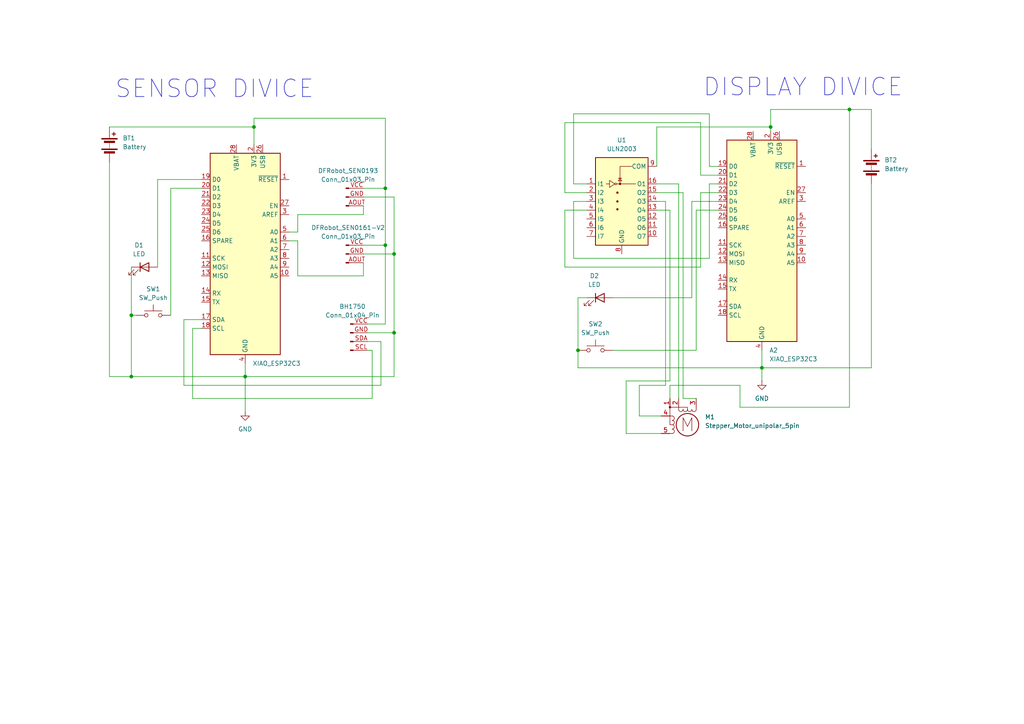
<source format=kicad_sch>
(kicad_sch (version 20250114) (generator "eeschema") (generator_version "9.0")
  (paper "A4")
  (lib_symbols
    (symbol "Connector:Conn_01x03_Pin" (pin_names (offset 1.016) (hide yes))
      (property "Reference" "DFRobot_SEN0193" (at 0.635 7.62 0))
      (property "Value" "Conn_01x03_Pin" (at 0.635 5.08 0))
      (symbol "Conn_01x03_Pin_1_1"
        (rectangle (start 0.8636 2.667) (end 0 2.413) (stroke (width 0.1524)) (fill (type outline)))
        (rectangle (start 0.8636 0.127) (end 0 -0.127) (stroke (width 0.1524)) (fill (type outline)))
        (rectangle (start 0.8636 -2.413) (end 0 -2.667) (stroke (width 0.1524)) (fill (type outline)))
        (polyline (pts (xy 1.27 2.54) (xy 0.8636 2.54)) (stroke (width 0.1524)))
        (polyline (pts (xy 1.27 0) (xy 0.8636 0)) (stroke (width 0.1524)))
        (polyline (pts (xy 1.27 -2.54) (xy 0.8636 -2.54)) (stroke (width 0.1524)))
        (pin passive line (at 5.08 2.54 180) (length 3.81) (name "Pin_1") (number "VCC"))
        (pin passive line (at 5.08 0 180) (length 3.81) (name "Pin_2") (number "GND"))
        (pin passive line (at 5.08 -2.54 180) (length 3.81) (name "Pin_3") (number "AOUT"))
      )
    )
    (symbol "Connector:Conn_01x04_Pin" (pin_names (offset 1.016) (hide yes))
      (property "Reference" "BH1750" (at 0.635 7.62 0))
      (property "Value" "Conn_01x04_Pin" (at 0.635 5.08 0))
      (symbol "Conn_01x04_Pin_1_1"
        (rectangle (start 0.8636 2.667) (end 0 2.413) (stroke (width 0.1524)) (fill (type outline)))
        (rectangle (start 0.8636 0.127) (end 0 -0.127) (stroke (width 0.1524)) (fill (type outline)))
        (rectangle (start 0.8636 -2.413) (end 0 -2.667) (stroke (width 0.1524)) (fill (type outline)))
        (rectangle (start 0.8636 -4.953) (end 0 -5.207) (stroke (width 0.1524)) (fill (type outline)))
        (polyline (pts (xy 1.27 2.54) (xy 0.8636 2.54)) (stroke (width 0.1524)))
        (polyline (pts (xy 1.27 0) (xy 0.8636 0)) (stroke (width 0.1524)))
        (polyline (pts (xy 1.27 -2.54) (xy 0.8636 -2.54)) (stroke (width 0.1524)))
        (polyline (pts (xy 1.27 -5.08) (xy 0.8636 -5.08)) (stroke (width 0.1524)))
        (pin passive line (at 5.08 2.54 180) (length 3.81) (name "Pin_1") (number "VCC"))
        (pin passive line (at 5.08 0 180) (length 3.81) (name "Pin_2") (number "GND"))
        (pin passive line (at 5.08 -2.54 180) (length 3.81) (name "Pin_3") (number "SDA"))
        (pin passive line (at 5.08 -5.08 180) (length 3.81) (name "Pin_4") (number "SCL"))
      )
    )
    (symbol "Device:Battery" (pin_numbers (hide yes)) (pin_names (offset 0) (hide yes))
      (property "Reference" "BT" (at 2.54 2.54 0))
      (property "Value" "Battery" (at 2.54 0 0))
      (symbol "Battery_0_1"
        (rectangle (start -2.286 1.778) (end 2.286 1.524) (fill (type outline)))
        (rectangle (start -2.286 -1.27) (end 2.286 -1.524) (fill (type outline)))
        (rectangle (start -1.524 1.016) (end 1.524 0.508) (fill (type outline)))
        (rectangle (start -1.524 -2.032) (end 1.524 -2.54) (fill (type outline)))
        (polyline (pts (xy 0 1.778) (xy 0 2.54)))
        (polyline (pts (xy 0 0) (xy 0 0.254)))
        (polyline (pts (xy 0 -0.508) (xy 0 -0.254)))
        (polyline (pts (xy 0 -1.016) (xy 0 -0.762)))
        (polyline (pts (xy 0.762 3.048) (xy 1.778 3.048)) (stroke (width 0.254)))
        (polyline (pts (xy 1.27 3.556) (xy 1.27 2.54)) (stroke (width 0.254)))
      )
      (symbol "Battery_1_1"
        (pin passive line (at 0 5.08 270) (length 2.54) (name "+") (number "1"))
        (pin passive line (at 0 -5.08 90) (length 2.54) (name "-") (number "2"))
      )
    )
    (symbol "Device:LED" (pin_numbers (hide yes)) (pin_names (offset 1.016) (hide yes))
      (property "Reference" "D" (at 0 2.54 0))
      (property "Value" "LED" (at 0 -2.54 0))
      (symbol "LED_0_1"
        (polyline (pts (xy -3.048 -0.762) (xy -4.572 -2.286) (xy -3.81 -2.286) (xy -4.572 -2.286) (xy -4.572 -1.524)))
        (polyline (pts (xy -1.778 -0.762) (xy -3.302 -2.286) (xy -2.54 -2.286) (xy -3.302 -2.286) (xy -3.302 -1.524)))
        (polyline (pts (xy -1.27 0) (xy 1.27 0)))
        (polyline (pts (xy -1.27 -1.27) (xy -1.27 1.27)) (stroke (width 0.254)))
        (polyline (pts (xy 1.27 -1.27) (xy 1.27 1.27) (xy -1.27 0) (xy 1.27 -1.27)) (stroke (width 0.254)))
      )
      (symbol "LED_1_1"
        (pin passive line (at -3.81 0 0) (length 2.54) (name "K") (number "1"))
        (pin passive line (at 3.81 0 180) (length 2.54) (name "A") (number "2"))
      )
    )
    (symbol "MCU_Module:Adafruit_Feather_Generic"
      (property "Reference" "A" (at -10.16 29.21 0))
      (property "Value" "Adafruit_Feather_Generic" (at 2.54 -31.75 0))
      (symbol "Adafruit_Feather_Generic_0_1"
        (rectangle (start -10.16 27.94) (end 10.16 -30.48) (stroke (width 0.254)) (fill (type background)))
      )
      (symbol "Adafruit_Feather_Generic_1_1"
        (pin bidirectional line (at -12.7 20.32 0) (length 2.54) (name "D0") (number "19"))
        (pin bidirectional line (at -12.7 17.78 0) (length 2.54) (name "D1") (number "20"))
        (pin bidirectional line (at -12.7 15.24 0) (length 2.54) (name "D2") (number "21"))
        (pin bidirectional line (at -12.7 12.7 0) (length 2.54) (name "D3") (number "22"))
        (pin bidirectional line (at -12.7 10.16 0) (length 2.54) (name "D4") (number "23"))
        (pin bidirectional line (at -12.7 7.62 0) (length 2.54) (name "D5") (number "24"))
        (pin bidirectional line (at -12.7 5.08 0) (length 2.54) (name "D6") (number "25"))
        (pin bidirectional line (at -12.7 2.54 0) (length 2.54) (name "SPARE") (number "16"))
        (pin bidirectional line (at -12.7 -2.54 0) (length 2.54) (name "SCK") (number "11"))
        (pin bidirectional line (at -12.7 -5.08 0) (length 2.54) (name "MOSI") (number "12"))
        (pin bidirectional line (at -12.7 -7.62 0) (length 2.54) (name "MISO") (number "13"))
        (pin bidirectional line (at -12.7 -12.7 0) (length 2.54) (name "RX") (number "14"))
        (pin bidirectional line (at -12.7 -15.24 0) (length 2.54) (name "TX") (number "15"))
        (pin bidirectional line (at -12.7 -20.32 0) (length 2.54) (name "SDA") (number "17"))
        (pin bidirectional line (at -12.7 -22.86 0) (length 2.54) (name "SCL") (number "18"))
        (pin power_in line (at -2.54 30.48 270) (length 2.54) (name "VBAT") (number "28"))
        (pin power_in line (at 0 -33.02 90) (length 2.54) (name "GND") (number "4"))
        (pin power_in line (at 2.54 30.48 270) (length 2.54) (name "3V3") (number "2"))
        (pin power_in line (at 5.08 30.48 270) (length 2.54) (name "USB") (number "26"))
        (pin input line (at 12.7 20.32 180) (length 2.54) (name "~{RESET}") (number "1"))
        (pin input line (at 12.7 12.7 180) (length 2.54) (name "EN") (number "27"))
        (pin input line (at 12.7 10.16 180) (length 2.54) (name "AREF") (number "3"))
        (pin bidirectional line (at 12.7 5.08 180) (length 2.54) (name "A0") (number "5"))
        (pin bidirectional line (at 12.7 2.54 180) (length 2.54) (name "A1") (number "6"))
        (pin bidirectional line (at 12.7 0 180) (length 2.54) (name "A2") (number "7"))
        (pin bidirectional line (at 12.7 -2.54 180) (length 2.54) (name "A3") (number "8"))
        (pin bidirectional line (at 12.7 -5.08 180) (length 2.54) (name "A4") (number "9"))
        (pin bidirectional line (at 12.7 -7.62 180) (length 2.54) (name "A5") (number "10"))
      )
    )
    (symbol "Motor:Stepper_Motor_unipolar_5pin" (pin_names (offset 0) (hide yes))
      (property "Reference" "M" (at 3.81 2.54 0))
      (property "Value" "Stepper_Motor_unipolar_5pin" (at 3.81 1.27 0))
      (symbol "Stepper_Motor_unipolar_5pin_0_0"
        (polyline (pts (xy -1.27 -1.778) (xy -1.27 2.032) (xy 0 -0.508) (xy 1.27 2.032) (xy 1.27 -1.778)))
      )
      (symbol "Stepper_Motor_unipolar_5pin_0_1"
        (circle (center -5.08 5.08) (radius 0.0001) (fill (type outline)))
        (circle (center -5.08 5.08) (radius 0.254) (fill (type outline)))
        (polyline (pts (xy -5.08 5.08) (xy -5.08 0) (xy -4.445 0)))
        (polyline (pts (xy -5.08 2.54) (xy -4.445 2.54)))
        (polyline (pts (xy -5.08 -2.54) (xy -4.445 -2.54)))
        (arc (start -4.445 2.54) (mid -3.8127 1.905) (end -4.445 1.27))
        (arc (start -4.445 1.27) (mid -3.8127 0.635) (end -4.445 0))
        (arc (start -4.445 0) (mid -3.8127 -0.635) (end -4.445 -1.27))
        (arc (start -4.445 -1.27) (mid -3.8127 -1.905) (end -4.445 -2.54))
        (polyline (pts (xy -2.54 4.445) (xy -2.54 5.08)))
        (arc (start -1.27 4.445) (mid -1.905 3.8127) (end -2.54 4.445))
        (arc (start 0 4.445) (mid -0.635 3.8127) (end -1.27 4.445))
        (polyline (pts (xy 0 4.445) (xy 0 5.08) (xy -5.08 5.08)))
        (circle (center 0 0) (radius 3.2512) (stroke (width 0.254)))
        (arc (start 1.27 4.445) (mid 0.635 3.8127) (end 0 4.445))
        (arc (start 2.54 4.445) (mid 1.905 3.8127) (end 1.27 4.445))
        (polyline (pts (xy 2.54 4.445) (xy 2.54 5.08)))
      )
      (symbol "Stepper_Motor_unipolar_5pin_1_1"
        (pin passive line (at -7.62 2.54 0) (length 2.54) (name "~") (number "4"))
        (pin passive line (at -7.62 -2.54 0) (length 2.54) (name "~") (number "5"))
        (pin passive line (at -5.08 7.62 270) (length 2.54) (name "~") (number "1"))
        (pin passive line (at -2.54 7.62 270) (length 2.54) (name "~") (number "2"))
        (pin passive line (at 2.54 7.62 270) (length 2.54) (name "-") (number "3"))
      )
    )
    (symbol "Switch:SW_Push" (pin_numbers (hide yes)) (pin_names (offset 1.016) (hide yes))
      (property "Reference" "SW" (at 1.27 2.54 0))
      (property "Value" "SW_Push" (at 0 -1.524 0))
      (symbol "SW_Push_0_1"
        (circle (center -2.032 0) (radius 0.508))
        (polyline (pts (xy 0 1.27) (xy 0 3.048)))
        (circle (center 2.032 0) (radius 0.508))
        (polyline (pts (xy 2.54 1.27) (xy -2.54 1.27)))
        (pin passive line (at -5.08 0 0) (length 2.54) (name "1") (number "1"))
        (pin passive line (at 5.08 0 180) (length 2.54) (name "2") (number "2"))
      )
    )
    (symbol "Transistor_Array:ULN2003"
      (property "Reference" "U" (at 0 15.875 0))
      (property "Value" "ULN2003" (at 0 13.97 0))
      (symbol "ULN2003_0_1"
        (rectangle (start -7.62 -12.7) (end 7.62 12.7) (stroke (width 0.254)) (fill (type background)))
        (polyline (pts (xy -4.572 5.08) (xy -3.556 5.08)))
        (polyline (pts (xy -3.556 6.096) (xy -3.556 4.064) (xy -2.032 5.08) (xy -3.556 6.096)))
        (circle (center -1.778 5.08) (radius 0.254))
        (polyline (pts (xy -1.524 5.08) (xy 4.064 5.08)))
        (circle (center -1.27 2.54) (radius 0.254) (fill (type outline)))
        (circle (center -1.27 0) (radius 0.254) (fill (type outline)))
        (circle (center -1.27 -2.286) (radius 0.254) (fill (type outline)))
        (circle (center -0.508 5.08) (radius 0.254) (fill (type outline)))
        (polyline (pts (xy -0.508 5.08) (xy -0.508 10.16) (xy 2.921 10.16)))
        (polyline (pts (xy 0 6.731) (xy -1.016 6.731)))
        (polyline (pts (xy 0 5.969) (xy -1.016 5.969) (xy -0.508 6.731) (xy 0 5.969)))
      )
      (symbol "ULN2003_1_1"
        (pin input line (at -10.16 5.08 0) (length 2.54) (name "I1") (number "1"))
        (pin input line (at -10.16 2.54 0) (length 2.54) (name "I2") (number "2"))
        (pin input line (at -10.16 0 0) (length 2.54) (name "I3") (number "3"))
        (pin input line (at -10.16 -2.54 0) (length 2.54) (name "I4") (number "4"))
        (pin input line (at -10.16 -5.08 0) (length 2.54) (name "I5") (number "5"))
        (pin input line (at -10.16 -7.62 0) (length 2.54) (name "I6") (number "6"))
        (pin input line (at -10.16 -10.16 0) (length 2.54) (name "I7") (number "7"))
        (pin power_in line (at 0 -15.24 90) (length 2.54) (name "GND") (number "8"))
        (pin passive line (at 10.16 10.16 180) (length 2.54) (name "COM") (number "9"))
        (pin open_collector line (at 10.16 5.08 180) (length 2.54) (name "O1") (number "16"))
        (pin open_collector line (at 10.16 2.54 180) (length 2.54) (name "O2") (number "15"))
        (pin open_collector line (at 10.16 0 180) (length 2.54) (name "O3") (number "14"))
        (pin open_collector line (at 10.16 -2.54 180) (length 2.54) (name "O4") (number "13"))
        (pin open_collector line (at 10.16 -5.08 180) (length 2.54) (name "O5") (number "12"))
        (pin open_collector line (at 10.16 -7.62 180) (length 2.54) (name "O6") (number "11"))
        (pin open_collector line (at 10.16 -10.16 180) (length 2.54) (name "O7") (number "10"))
      )
    )
    (symbol "power:GND" (power) (pin_numbers (hide yes)) (pin_names (offset 0) (hide yes))
      (property "Value" "GND" (at 0 -3.81 0))
      (symbol "GND_0_1"
        (polyline (pts (xy 0 0) (xy 0 -1.27) (xy 1.27 -1.27) (xy 0 -2.54) (xy -1.27 -1.27) (xy 0 -1.27)))
      )
      (symbol "GND_1_1"
        (pin power_in line (at 0 0 270) (length 0) (name "~") (number "1"))
      )
    )
  )
  (text "DISPLAY DIVICE" (at 232.918 25.4 0) (effects (font (size 5.08 5.08))))
  (text "SENSOR DIVICE" (at 62.23 25.908 0) (effects (font (size 5.08 5.08))))
  (junction (at 114.3 73.66))
  (junction (at 223.52 36.83))
  (junction (at 111.76 71.12))
  (junction (at 246.38 31.75))
  (junction (at 167.64 101.6))
  (junction (at 111.76 54.61))
  (junction (at 38.1 91.44))
  (junction (at 220.98 106.68))
  (junction (at 114.3 96.52))
  (junction (at 71.12 109.22))
  (junction (at 73.66 36.83))
  (junction (at 38.1 109.22))
  (wire (pts (xy 110.49 99.06) (xy 110.49 111.76)))
  (wire (pts (xy 205.74 48.26) (xy 208.28 48.26)))
  (wire (pts (xy 111.76 71.12) (xy 111.76 54.61)))
  (wire (pts (xy 86.36 80.01) (xy 86.36 69.85)))
  (wire (pts (xy 203.2 50.8) (xy 208.28 50.8)))
  (wire (pts (xy 106.68 96.52) (xy 114.3 96.52)))
  (wire (pts (xy 53.34 111.76) (xy 53.34 92.71)))
  (wire (pts (xy 58.42 52.07) (xy 45.72 52.07)))
  (wire (pts (xy 58.42 54.61) (xy 49.53 54.61)))
  (wire (pts (xy 38.1 77.47) (xy 38.1 91.44)))
  (wire (pts (xy 163.83 77.47) (xy 203.2 77.47)))
  (wire (pts (xy 166.37 53.34) (xy 166.37 33.02)))
  (wire (pts (xy 170.18 53.34) (xy 166.37 53.34)))
  (wire (pts (xy 105.41 71.12) (xy 111.76 71.12)))
  (wire (pts (xy 105.41 59.69) (xy 105.41 62.23)))
  (wire (pts (xy 205.74 74.93) (xy 205.74 53.34)))
  (wire (pts (xy 31.75 46.99) (xy 31.75 109.22)))
  (wire (pts (xy 73.66 41.91) (xy 73.66 36.83)))
  (wire (pts (xy 107.95 115.57) (xy 55.88 115.57)))
  (wire (pts (xy 194.31 115.57) (xy 194.31 111.76)))
  (wire (pts (xy 38.1 91.44) (xy 38.1 109.22)))
  (wire (pts (xy 114.3 57.15) (xy 114.3 73.66)))
  (wire (pts (xy 114.3 73.66) (xy 114.3 96.52)))
  (wire (pts (xy 252.73 43.18) (xy 252.73 31.75)))
  (wire (pts (xy 71.12 109.22) (xy 71.12 119.38)))
  (wire (pts (xy 71.12 109.22) (xy 71.12 105.41)))
  (wire (pts (xy 246.38 118.11) (xy 246.38 31.75)))
  (wire (pts (xy 107.95 101.6) (xy 107.95 115.57)))
  (wire (pts (xy 220.98 106.68) (xy 220.98 101.6)))
  (wire (pts (xy 105.41 62.23) (xy 86.36 62.23)))
  (wire (pts (xy 246.38 31.75) (xy 223.52 31.75)))
  (wire (pts (xy 73.66 34.29) (xy 111.76 34.29)))
  (wire (pts (xy 203.2 77.47) (xy 203.2 55.88)))
  (wire (pts (xy 214.63 118.11) (xy 246.38 118.11)))
  (wire (pts (xy 200.66 86.36) (xy 177.8 86.36)))
  (wire (pts (xy 223.52 31.75) (xy 223.52 36.83)))
  (wire (pts (xy 105.41 76.2) (xy 105.41 80.01)))
  (wire (pts (xy 198.12 115.57) (xy 201.93 115.57)))
  (wire (pts (xy 203.2 55.88) (xy 208.28 55.88)))
  (wire (pts (xy 73.66 36.83) (xy 73.66 34.29)))
  (wire (pts (xy 55.88 115.57) (xy 55.88 95.25)))
  (wire (pts (xy 190.5 36.83) (xy 223.52 36.83)))
  (wire (pts (xy 252.73 31.75) (xy 246.38 31.75)))
  (wire (pts (xy 105.41 73.66) (xy 114.3 73.66)))
  (wire (pts (xy 111.76 54.61) (xy 105.41 54.61)))
  (wire (pts (xy 194.31 60.96) (xy 194.31 110.49)))
  (wire (pts (xy 223.52 36.83) (xy 223.52 38.1)))
  (wire (pts (xy 166.37 74.93) (xy 205.74 74.93)))
  (wire (pts (xy 205.74 33.02) (xy 205.74 48.26)))
  (wire (pts (xy 55.88 95.25) (xy 58.42 95.25)))
  (wire (pts (xy 203.2 35.56) (xy 203.2 50.8)))
  (wire (pts (xy 193.04 58.42) (xy 193.04 111.76)))
  (wire (pts (xy 45.72 52.07) (xy 45.72 77.47)))
  (wire (pts (xy 181.61 125.73) (xy 191.77 125.73)))
  (wire (pts (xy 166.37 58.42) (xy 166.37 74.93)))
  (wire (pts (xy 201.93 60.96) (xy 201.93 101.6)))
  (wire (pts (xy 214.63 111.76) (xy 214.63 118.11)))
  (wire (pts (xy 205.74 53.34) (xy 208.28 53.34)))
  (wire (pts (xy 170.18 60.96) (xy 163.83 60.96)))
  (wire (pts (xy 105.41 80.01) (xy 86.36 80.01)))
  (wire (pts (xy 185.42 111.76) (xy 185.42 120.65)))
  (wire (pts (xy 198.12 55.88) (xy 198.12 115.57)))
  (wire (pts (xy 190.5 58.42) (xy 193.04 58.42)))
  (wire (pts (xy 110.49 111.76) (xy 53.34 111.76)))
  (wire (pts (xy 114.3 109.22) (xy 71.12 109.22)))
  (wire (pts (xy 190.5 60.96) (xy 194.31 60.96)))
  (wire (pts (xy 114.3 96.52) (xy 114.3 109.22)))
  (wire (pts (xy 170.18 55.88) (xy 163.83 55.88)))
  (wire (pts (xy 190.5 53.34) (xy 196.85 53.34)))
  (wire (pts (xy 196.85 53.34) (xy 196.85 115.57)))
  (wire (pts (xy 208.28 58.42) (xy 200.66 58.42)))
  (wire (pts (xy 111.76 93.98) (xy 111.76 71.12)))
  (wire (pts (xy 167.64 101.6) (xy 167.64 106.68)))
  (wire (pts (xy 38.1 91.44) (xy 39.37 91.44)))
  (wire (pts (xy 106.68 93.98) (xy 111.76 93.98)))
  (wire (pts (xy 105.41 57.15) (xy 114.3 57.15)))
  (wire (pts (xy 106.68 101.6) (xy 107.95 101.6)))
  (wire (pts (xy 193.04 111.76) (xy 185.42 111.76)))
  (wire (pts (xy 86.36 69.85) (xy 83.82 69.85)))
  (wire (pts (xy 163.83 55.88) (xy 163.83 35.56)))
  (wire (pts (xy 194.31 111.76) (xy 214.63 111.76)))
  (wire (pts (xy 31.75 109.22) (xy 38.1 109.22)))
  (wire (pts (xy 208.28 60.96) (xy 201.93 60.96)))
  (wire (pts (xy 190.5 55.88) (xy 198.12 55.88)))
  (wire (pts (xy 163.83 60.96) (xy 163.83 77.47)))
  (wire (pts (xy 106.68 99.06) (xy 110.49 99.06)))
  (wire (pts (xy 86.36 67.31) (xy 83.82 67.31)))
  (wire (pts (xy 190.5 48.26) (xy 190.5 36.83)))
  (wire (pts (xy 38.1 109.22) (xy 71.12 109.22)))
  (wire (pts (xy 170.18 86.36) (xy 167.64 86.36)))
  (wire (pts (xy 194.31 110.49) (xy 181.61 110.49)))
  (wire (pts (xy 31.75 36.83) (xy 73.66 36.83)))
  (wire (pts (xy 252.73 53.34) (xy 252.73 106.68)))
  (wire (pts (xy 181.61 110.49) (xy 181.61 125.73)))
  (wire (pts (xy 170.18 58.42) (xy 166.37 58.42)))
  (wire (pts (xy 86.36 62.23) (xy 86.36 67.31)))
  (wire (pts (xy 163.83 35.56) (xy 203.2 35.56)))
  (wire (pts (xy 185.42 120.65) (xy 191.77 120.65)))
  (wire (pts (xy 111.76 34.29) (xy 111.76 54.61)))
  (wire (pts (xy 200.66 58.42) (xy 200.66 86.36)))
  (wire (pts (xy 220.98 106.68) (xy 220.98 110.49)))
  (wire (pts (xy 167.64 86.36) (xy 167.64 101.6)))
  (wire (pts (xy 166.37 33.02) (xy 205.74 33.02)))
  (wire (pts (xy 252.73 106.68) (xy 220.98 106.68)))
  (wire (pts (xy 201.93 101.6) (xy 177.8 101.6)))
  (wire (pts (xy 167.64 106.68) (xy 220.98 106.68)))
  (wire (pts (xy 49.53 54.61) (xy 49.53 91.44)))
  (wire (pts (xy 53.34 92.71) (xy 58.42 92.71)))
  (symbol (lib_id "Connector:Conn_01x03_Pin") (at 100.33 57.15 0) (unit 1)
    (property "Reference" "DFRobot_SEN0193" (at 100.965 49.53 0))
    (property "Value" "Conn_01x03_Pin" (at 100.965 52.07 0))
    (property "Description" "Generic connector, single row, 01x03, script generated" (effects (hide yes)))
  )
  (symbol (lib_id "Motor:Stepper_Motor_unipolar_5pin") (at 199.39 123.19 0) (unit 1)
    (property "Reference" "M1" (at 204.47 120.942 0) (effects (justify left)))
    (property "Value" "Stepper_Motor_unipolar_5pin" (at 204.47 123.482 0) (effects (justify left)))
    (property "Datasheet" "http://www.infineon.com/dgdl/Application-Note-TLE8110EE_driving_UniPolarStepperMotor_V1.1.pdf?fileId=db3a30431be39b97011be5d0aa0a00b0" (effects (hide yes)))
    (property "Description" "5-wire unipolar stepper motor" (effects (hide yes)))
  )
  (symbol (lib_id "power:GND") (at 220.98 110.49 0) (unit 1)
    (property "Reference" "#PWR02" (effects (hide yes)))
    (property "Value" "GND" (at 220.98 115.57 0))
    (property "Description" "Power symbol creates a global label with name \"GND\" , ground" (effects (hide yes)))
  )
  (symbol (lib_id "Switch:SW_Push") (at 172.72 101.6 0) (unit 1)
    (property "Reference" "SW2" (at 172.72 93.98 0))
    (property "Value" "SW_Push" (at 172.72 96.52 0))
    (property "Description" "Push button switch, generic, two pins" (effects (hide yes)))
  )
  (symbol (lib_id "Device:LED") (at 173.99 86.36 0) (unit 1)
    (property "Reference" "D2" (at 172.4025 80.01 0))
    (property "Value" "LED" (at 172.4025 82.55 0))
    (property "Description" "Light emitting diode" (effects (hide yes)))
    (property "Sim.Pins" "1=K 2=A" (effects (hide yes)))
  )
  (symbol (lib_id "Switch:SW_Push") (at 44.45 91.44 0) (unit 1)
    (property "Reference" "SW1" (at 44.45 83.82 0))
    (property "Value" "SW_Push" (at 44.45 86.36 0))
    (property "Description" "Push button switch, generic, two pins" (effects (hide yes)))
  )
  (symbol (lib_id "Transistor_Array:ULN2003") (at 180.34 58.42 0) (unit 1)
    (property "Reference" "U1" (at 180.34 40.64 0))
    (property "Value" "ULN2003" (at 180.34 43.18 0))
    (property "Datasheet" "http://www.ti.com/lit/ds/symlink/uln2003a.pdf" (effects (hide yes)))
    (property "Description" "High Voltage, High Current Darlington Transistor Arrays, SOIC16/SOIC16W/DIP16/TSSOP16" (effects (hide yes)))
  )
  (symbol (lib_id "Device:LED") (at 41.91 77.47 0) (unit 1)
    (property "Reference" "D1" (at 40.3225 71.12 0))
    (property "Value" "LED" (at 40.3225 73.66 0))
    (property "Description" "Light emitting diode" (effects (hide yes)))
    (property "Sim.Pins" "1=K 2=A" (effects (hide yes)))
  )
  (symbol (lib_id "Connector:Conn_01x04_Pin") (at 101.6 96.52 0) (unit 1)
    (property "Reference" "BH1750" (at 102.235 88.9 0))
    (property "Value" "Conn_01x04_Pin" (at 102.235 91.44 0))
    (property "Description" "Generic connector, single row, 01x04, script generated" (effects (hide yes)))
  )
  (symbol (lib_id "power:GND") (at 71.12 119.38 0) (unit 1)
    (property "Reference" "#PWR01" (effects (hide yes)))
    (property "Value" "GND" (at 71.12 124.46 0))
    (property "Description" "Power symbol creates a global label with name \"GND\" , ground" (effects (hide yes)))
  )
  (symbol (lib_id "MCU_Module:Adafruit_Feather_Generic") (at 71.12 72.39 0) (unit 1)
    (property "Reference" "XIAO_ESP32C3" (at 73.2633 105.41 0) (effects (justify left)))
    (property "Value" "Adafruit_Feather_Generic" (effects (hide yes)))
    (property "Footprint" "Module:Adafruit_Feather" (effects (hide yes)))
    (property "Datasheet" "https://cdn-learn.adafruit.com/downloads/pdf/adafruit-feather.pdf" (effects (hide yes)))
    (property "Description" "Microcontroller module in various flavor, generic symbol" (effects (hide yes)))
  )
  (symbol (lib_id "Connector:Conn_01x03_Pin") (at 100.33 73.66 0) (unit 1)
    (property "Reference" "DFRobot_SEN0161-V2" (at 100.965 66.04 0))
    (property "Value" "Conn_01x03_Pin" (at 100.965 68.58 0))
    (property "Description" "Generic connector, single row, 01x03, script generated" (effects (hide yes)))
  )
  (symbol (lib_id "MCU_Module:Adafruit_Feather_Generic") (at 220.98 68.58 0) (unit 1)
    (property "Reference" "A2" (at 223.1233 101.6 0) (effects (justify left)))
    (property "Value" "XIAO_ESP32C3" (at 223.1233 104.14 0) (effects (justify left)))
    (property "Footprint" "Module:Adafruit_Feather" (effects (hide yes)))
    (property "Datasheet" "https://cdn-learn.adafruit.com/downloads/pdf/adafruit-feather.pdf" (effects (hide yes)))
    (property "Description" "Microcontroller module in various flavor, generic symbol" (effects (hide yes)))
  )
  (symbol (lib_id "Device:Battery") (at 31.75 41.91 0) (unit 1)
    (property "Reference" "BT1" (at 35.56 40.0684 0) (effects (justify left)))
    (property "Value" "Battery" (at 35.56 42.6084 0) (effects (justify left)))
    (property "Description" "Multiple-cell battery" (effects (hide yes)))
  )
  (symbol (lib_id "Device:Battery") (at 252.73 48.26 0) (unit 1)
    (property "Reference" "BT2" (at 256.54 46.4184 0) (effects (justify left)))
    (property "Value" "Battery" (at 256.54 48.9584 0) (effects (justify left)))
    (property "Description" "Multiple-cell battery" (effects (hide yes)))
  )
)
</source>
